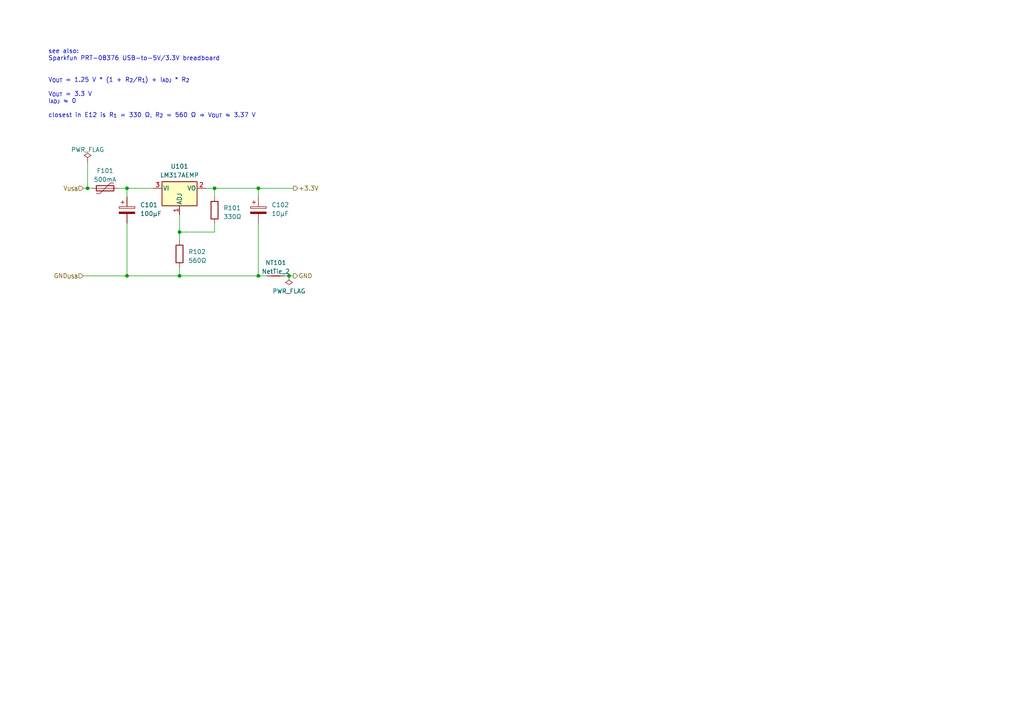
<source format=kicad_sch>
(kicad_sch (version 20230121) (generator eeschema)
  (paper "A4")
  (lib_symbols
    (symbol "Device:C_Polarized" (pin_numbers hide) (pin_names (offset 0.254))
      (property "Reference" "C" (at 0.635 2.54 0))
      (property "Value" "C_Polarized" (at 0.635 -2.54 0))
      (symbol "C_Polarized_0_1"
        (rectangle (start -2.286 0.508) (end 2.286 1.016))
        (polyline (pts (xy -1.778 2.286) (xy -0.762 2.286)))
        (polyline (pts (xy -1.27 2.794) (xy -1.27 1.778)))
        (rectangle (start 2.286 -0.508) (end -2.286 -1.016) (fill (type outline)))
      )
      (symbol "C_Polarized_1_1"
        (pin passive line (at 0 3.81 270) (length 2.794) (name "~") (number "1"))
        (pin passive line (at 0 -3.81 90) (length 2.794) (name "~") (number "2"))
      )
    )
    (symbol "Device:NetTie_2" (pin_numbers hide) (pin_names (offset 0) hide) (in_bom no)
      (property "Reference" "NT" (at 0 1.27 0))
      (property "Value" "NetTie_2" (at 0 -1.27 0))
      (symbol "NetTie_2_0_1"
        (polyline (pts (xy -1.27 0) (xy 1.27 0)) (stroke (width 0.254)))
      )
      (symbol "NetTie_2_1_1"
        (pin passive line (at -2.54 0 0) (length 2.54) (name "1") (number "1"))
        (pin passive line (at 2.54 0 180) (length 2.54) (name "2") (number "2"))
      )
    )
    (symbol "Device:Polyfuse" (pin_numbers hide) (pin_names (offset 0))
      (property "Reference" "F" (at -2.54 0 90))
      (property "Value" "Polyfuse" (at 2.54 0 90))
      (symbol "Polyfuse_0_1"
        (rectangle (start -0.762 2.54) (end 0.762 -2.54) (stroke (width 0.254)))
        (polyline (pts (xy 0 2.54) (xy 0 -2.54)))
        (polyline (pts (xy -1.524 2.54) (xy -1.524 1.524) (xy 1.524 -1.524) (xy 1.524 -2.54)))
      )
      (symbol "Polyfuse_1_1"
        (pin passive line (at 0 3.81 270) (length 1.27) (name "~") (number "1"))
        (pin passive line (at 0 -3.81 90) (length 1.27) (name "~") (number "2"))
      )
    )
    (symbol "Device:R" (pin_numbers hide) (pin_names (offset 0))
      (property "Reference" "R" (at 2.032 0 90))
      (property "Value" "R" (at 0 0 90))
      (symbol "R_0_1"
        (rectangle (start -1.016 -2.54) (end 1.016 2.54) (stroke (width 0.254)))
      )
      (symbol "R_1_1"
        (pin passive line (at 0 3.81 270) (length 1.27) (name "~") (number "1"))
        (pin passive line (at 0 -3.81 90) (length 1.27) (name "~") (number "2"))
      )
    )
    (symbol "Regulator_Linear:LM317_SOT-223" (pin_names (offset 0.254))
      (property "Reference" "U" (at -3.81 3.175 0))
      (property "Value" "LM317_SOT-223" (at 0 3.175 0))
      (symbol "LM317_SOT-223_0_1"
        (rectangle (start -5.08 1.905) (end 5.08 -5.08) (stroke (width 0.254)) (fill (type background)))
      )
      (symbol "LM317_SOT-223_1_1"
        (pin input line (at 0 -7.62 90) (length 2.54) (name "ADJ") (number "1"))
        (pin power_out line (at 7.62 0 180) (length 2.54) (name "VO") (number "2"))
        (pin power_in line (at -7.62 0 0) (length 2.54) (name "VI") (number "3"))
      )
    )
    (symbol "power:PWR_FLAG" (power) (pin_numbers hide) (pin_names (offset 0) hide)
      (property "Value" "PWR_FLAG" (at 0 3.81 0))
      (symbol "PWR_FLAG_0_0"
        (pin power_out line (at 0 0 90) (length 0) (name "pwr") (number "1"))
      )
      (symbol "PWR_FLAG_0_1"
        (polyline (pts (xy 0 0) (xy 0 1.27) (xy -1.016 1.905) (xy 0 2.54) (xy 1.016 1.905) (xy 0 1.27)))
      )
    )
  )
  (junction (at 36.83 54.61))
  (junction (at 74.93 80.01))
  (junction (at 52.07 67.31))
  (junction (at 83.82 80.01))
  (junction (at 36.83 80.01))
  (junction (at 52.07 80.01))
  (junction (at 25.4 54.61))
  (junction (at 74.93 54.61))
  (junction (at 62.23 54.61))
  (wire (pts (xy 36.83 54.61) (xy 44.45 54.61)))
  (wire (pts (xy 52.07 77.47) (xy 52.07 80.01)))
  (wire (pts (xy 59.69 54.61) (xy 62.23 54.61)))
  (wire (pts (xy 74.93 80.01) (xy 52.07 80.01)))
  (wire (pts (xy 36.83 80.01) (xy 52.07 80.01)))
  (wire (pts (xy 62.23 54.61) (xy 74.93 54.61)))
  (wire (pts (xy 25.4 54.61) (xy 26.67 54.61)))
  (wire (pts (xy 74.93 64.77) (xy 74.93 80.01)))
  (wire (pts (xy 74.93 54.61) (xy 74.93 57.15)))
  (wire (pts (xy 74.93 80.01) (xy 77.47 80.01)))
  (wire (pts (xy 36.83 54.61) (xy 36.83 57.15)))
  (wire (pts (xy 52.07 67.31) (xy 52.07 69.85)))
  (wire (pts (xy 62.23 64.77) (xy 62.23 67.31)))
  (wire (pts (xy 82.55 80.01) (xy 83.82 80.01)))
  (wire (pts (xy 83.82 80.01) (xy 85.09 80.01)))
  (wire (pts (xy 52.07 62.23) (xy 52.07 67.31)))
  (wire (pts (xy 24.13 80.01) (xy 36.83 80.01)))
  (wire (pts (xy 34.29 54.61) (xy 36.83 54.61)))
  (wire (pts (xy 36.83 64.77) (xy 36.83 80.01)))
  (wire (pts (xy 62.23 54.61) (xy 62.23 57.15)))
  (wire (pts (xy 74.93 54.61) (xy 85.09 54.61)))
  (wire (pts (xy 24.13 54.61) (xy 25.4 54.61)))
  (wire (pts (xy 25.4 46.99) (xy 25.4 54.61)))
  (wire (pts (xy 62.23 67.31) (xy 52.07 67.31)))
  (text "see also:\nSparkfun PRT-08376 USB-to-5V/3.3V breadboard" (at 13.97 17.78 0) (effects (font (size 1.27 1.27)) (justify left bottom)))
  (text "V_{OUT} = 1.25 V * (1 + R_{2}/R_{1}) + I_{ADJ} * R_{2}\n\nV_{OUT} = 3.3 V\nI_{ADJ} ≈ 0\n\nclosest in E12 is R_{1} = 330 Ω, R_{2} = 560 Ω ⇒ V_{OUT} ≈ 3.37 V" (at 13.97 34.29 0) (effects (font (size 1.27 1.27)) (justify left bottom)))
  (hierarchical_label "GND" (shape output) (at 85.09 80.01 0))
  (hierarchical_label "V_{USB}" (shape input) (at 24.13 54.61 180))
  (hierarchical_label "GND_{USB}" (shape input) (at 24.13 80.01 180))
  (hierarchical_label "+3.3V" (shape output) (at 85.09 54.61 0))
  (symbol (lib_id "Device:C_Polarized") (at 36.83 60.96 0) (unit 1)
    (property "Reference" "C101" (at 40.64 59.436 0) (effects (justify left)))
    (property "Value" "100µF" (at 40.64 61.976 0) (effects (justify left)))
    (property "Footprint" "Capacitor_Tantalum_SMD:CP_EIA-3528-21_Kemet-B" (effects hide))
    (property "LCSC" "C16133" (effects hide))
  )
  (symbol (lib_id "power:PWR_FLAG") (at 83.82 80.01 0) (mirror x) (unit 1)
    (property "Reference" "#FLG0102" (effects hide))
    (property "Value" "PWR_FLAG" (at 83.82 84.4534 0))
  )
  (symbol (lib_id "Device:C_Polarized") (at 74.93 60.96 0) (unit 1)
    (property "Reference" "C102" (at 78.74 59.436 0) (effects (justify left)))
    (property "Value" "10µF" (at 78.74 61.976 0) (effects (justify left)))
    (property "Footprint" "Capacitor_Tantalum_SMD:CP_EIA-3216-18_Kemet-A" (effects hide))
    (property "LCSC" "C7171" (effects hide))
  )
  (symbol (lib_id "power:PWR_FLAG") (at 25.4 46.99 0) (unit 1)
    (property "Reference" "#FLG0101" (effects hide))
    (property "Value" "PWR_FLAG" (at 25.4 43.4142 0))
  )
  (symbol (lib_id "Device:Polyfuse") (at 30.48 54.61 90) (unit 1)
    (property "Reference" "F101" (at 30.48 49.53 90))
    (property "Value" "500mA" (at 30.48 52.07 90))
    (property "Footprint" "Fuse:Fuse_0805_2012Metric" (effects hide))
    (property "LCSC" "C2977522" (effects hide))
  )
  (symbol (lib_id "Regulator_Linear:LM317_SOT-223") (at 52.07 54.61 0) (unit 1)
    (property "Reference" "U101" (at 52.07 48.26 0))
    (property "Value" "LM317AEMP" (at 52.07 50.8 0))
    (property "Footprint" "Package_TO_SOT_SMD:SOT-223-3_TabPin2" (effects hide))
    (property "Datasheet" "http://www.ti.com/lit/ds/symlink/lm317.pdf" (effects hide))
    (property "LCSC" "C33586" (effects hide))
  )
  (symbol (lib_id "Device:NetTie_2") (at 80.01 80.01 0) (unit 1) (in_bom no)
    (property "Reference" "NT101" (at 80.01 76.2 0))
    (property "Value" "NetTie_2" (at 80.01 78.74 0))
    (property "Footprint" "NetTie:NetTie-2_SMD_Pad0.5mm" (effects hide))
  )
  (symbol (lib_id "Device:R") (at 52.07 73.66 0) (unit 1)
    (property "Reference" "R102" (at 54.61 73.025 0) (effects (justify left)))
    (property "Value" "560Ω" (at 54.61 75.565 0) (effects (justify left)))
    (property "Footprint" "Resistor_SMD:R_0603_1608Metric" (effects hide))
    (property "LCSC" "C23204" (effects hide))
  )
  (symbol (lib_id "Device:R") (at 62.23 60.96 0) (unit 1)
    (property "Reference" "R101" (at 64.77 60.325 0) (effects (justify left)))
    (property "Value" "330Ω" (at 64.77 62.865 0) (effects (justify left)))
    (property "Footprint" "Resistor_SMD:R_0603_1608Metric" (effects hide))
    (property "LCSC" "C23138" (effects hide))
  )
)
</source>
